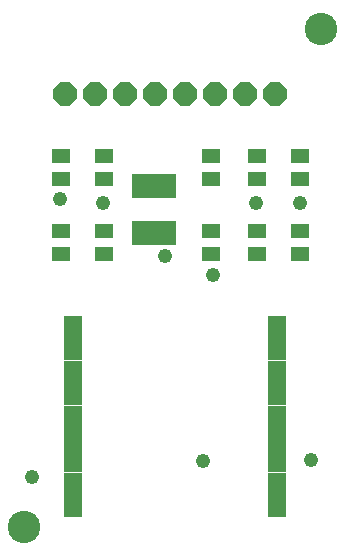
<source format=gts>
G75*
%MOIN*%
%OFA0B0*%
%FSLAX25Y25*%
%IPPOS*%
%LPD*%
%AMOC8*
5,1,8,0,0,1.08239X$1,22.5*
%
%ADD10C,0.10800*%
%ADD11R,0.06312X0.05131*%
%ADD12R,0.06312X0.07296*%
%ADD13OC8,0.07800*%
%ADD14R,0.14973X0.07887*%
%ADD15C,0.04800*%
D10*
X0008513Y0008513D03*
X0107312Y0174241D03*
D11*
X0100461Y0132154D03*
X0100461Y0124280D03*
X0100461Y0107154D03*
X0100461Y0099280D03*
X0085934Y0099280D03*
X0085934Y0107154D03*
X0085934Y0124280D03*
X0085934Y0132154D03*
X0070816Y0132154D03*
X0070816Y0124280D03*
X0070816Y0107154D03*
X0070816Y0099280D03*
X0034871Y0099280D03*
X0034871Y0107154D03*
X0034871Y0124280D03*
X0034871Y0132154D03*
X0020855Y0132154D03*
X0020855Y0124280D03*
X0020855Y0107154D03*
X0020855Y0099280D03*
D12*
X0024763Y0075107D03*
X0024763Y0067627D03*
X0024763Y0060146D03*
X0024763Y0052666D03*
X0024763Y0045186D03*
X0024763Y0037706D03*
X0024763Y0030225D03*
X0024763Y0022745D03*
X0024763Y0015265D03*
X0092774Y0015265D03*
X0092774Y0022745D03*
X0092774Y0030225D03*
X0092774Y0037706D03*
X0092774Y0045186D03*
X0092774Y0052666D03*
X0092774Y0060146D03*
X0092774Y0067627D03*
X0092774Y0075107D03*
D13*
X0091879Y0152784D03*
X0081879Y0152784D03*
X0071879Y0152784D03*
X0061879Y0152784D03*
X0051879Y0152784D03*
X0041879Y0152784D03*
X0031879Y0152784D03*
X0021879Y0152784D03*
D14*
X0051800Y0122076D03*
X0051800Y0106328D03*
D15*
X0055413Y0098613D03*
X0071413Y0092213D03*
X0085813Y0116213D03*
X0100213Y0116213D03*
X0103902Y0030550D03*
X0068198Y0030225D03*
X0034613Y0116213D03*
X0020213Y0117813D03*
X0011112Y0024891D03*
M02*

</source>
